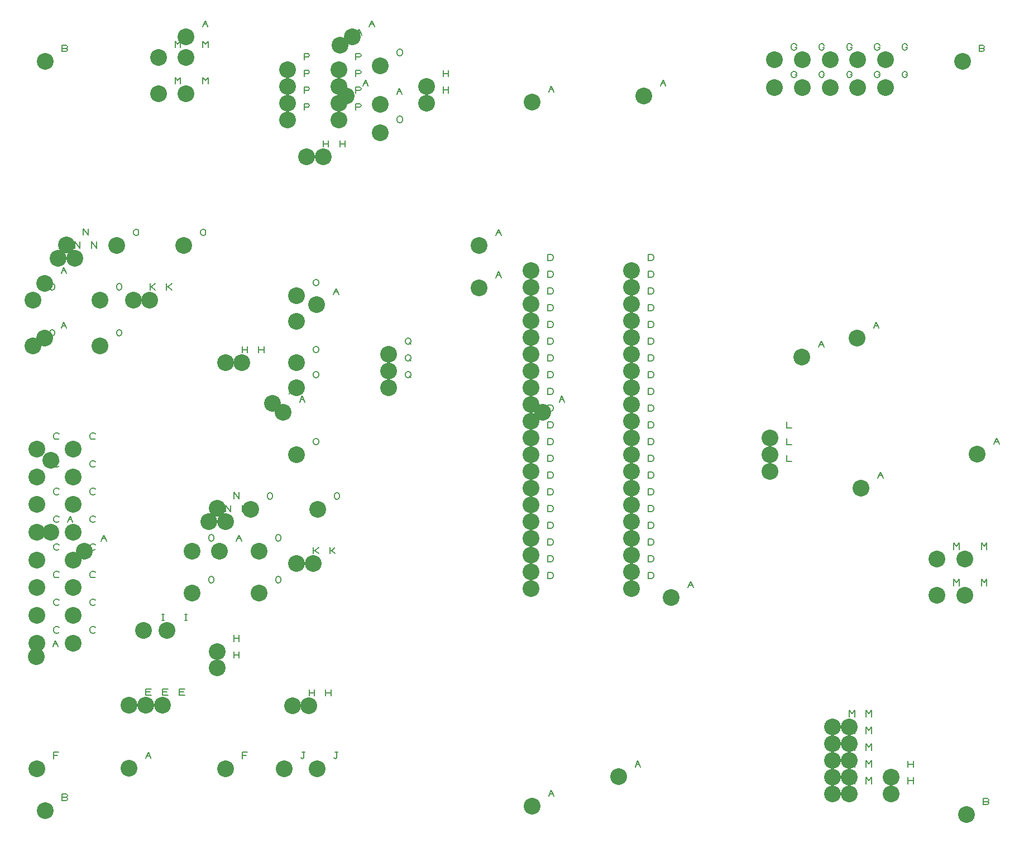
<source format=gbr>
G04 DesignSpark PCB Gerber Version 9.0 Build 5138 *
%FSLAX35Y35*%
%MOIN*%
%ADD101C,0.00500*%
%ADD146C,0.10000*%
X0Y0D02*
D02*
D101*
X25600Y307846D02*
Y309096D01*
X25913Y309722*
X26225Y310034*
X26850Y310346*
X27475*
X28100Y310034*
X28413Y309722*
X28725Y309096*
Y307846*
X28413Y307222*
X28100Y306909*
X27475Y306596*
X26850*
X26225Y306909*
X25913Y307222*
X25600Y307846*
Y335346D02*
Y336596D01*
X25913Y337222*
X26225Y337534*
X26850Y337846*
X27475*
X28100Y337534*
X28413Y337222*
X28725Y336596*
Y335346*
X28413Y334722*
X28100Y334409*
X27475Y334096*
X26850*
X26225Y334409*
X25913Y334722*
X25600Y335346*
X27549Y120947D02*
X29111Y124697D01*
X30674Y120947*
X28174Y122509D02*
X30049D01*
X28002Y54096D02*
Y57846D01*
X31127*
X30502Y55972D02*
X28002D01*
X31225Y129722D02*
X30913Y129409D01*
X30287Y129096*
X29350*
X28725Y129409*
X28413Y129722*
X28100Y130346*
Y131596*
X28413Y132222*
X28725Y132534*
X29350Y132846*
X30287*
X30913Y132534*
X31225Y132222*
Y146257D02*
X30913Y145944D01*
X30287Y145632*
X29350*
X28725Y145944*
X28413Y146257*
X28100Y146882*
Y148132*
X28413Y148757*
X28725Y149070*
X29350Y149382*
X30287*
X30913Y149070*
X31225Y148757*
Y162793D02*
X30913Y162480D01*
X30287Y162167*
X29350*
X28725Y162480*
X28413Y162793*
X28100Y163417*
Y164667*
X28413Y165293*
X28725Y165605*
X29350Y165917*
X30287*
X30913Y165605*
X31225Y165293*
Y179328D02*
X30913Y179015D01*
X30287Y178703*
X29350*
X28725Y179015*
X28413Y179328*
X28100Y179953*
Y181203*
X28413Y181828*
X28725Y182141*
X29350Y182453*
X30287*
X30913Y182141*
X31225Y181828*
Y195863D02*
X30913Y195551D01*
X30287Y195238*
X29350*
X28725Y195551*
X28413Y195863*
X28100Y196488*
Y197738*
X28413Y198363*
X28725Y198676*
X29350Y198988*
X30287*
X30913Y198676*
X31225Y198363*
Y212399D02*
X30913Y212086D01*
X30287Y211774*
X29350*
X28725Y212086*
X28413Y212399*
X28100Y213024*
Y214274*
X28413Y214899*
X28725Y215211*
X29350Y215524*
X30287*
X30913Y215211*
X31225Y214899*
Y228934D02*
X30913Y228622D01*
X30287Y228309*
X29350*
X28725Y228622*
X28413Y228934*
X28100Y229559*
Y230809*
X28413Y231434*
X28725Y231747*
X29350Y232059*
X30287*
X30913Y231747*
X31225Y231434*
Y245470D02*
X30913Y245157D01*
X30287Y244844*
X29350*
X28725Y245157*
X28413Y245470*
X28100Y246094*
Y247344*
X28413Y247970*
X28725Y248282*
X29350Y248594*
X30287*
X30913Y248282*
X31225Y247970*
X32588Y311183D02*
X34151Y314933D01*
X35713Y311183*
X33213Y312746D02*
X35088D01*
X32588Y343939D02*
X34151Y347689D01*
X35713Y343939*
X33213Y345502D02*
X35088D01*
X35287Y30972D02*
X35913Y30659D01*
X36225Y30034*
X35913Y29409*
X35287Y29096*
X33100*
Y32846*
X35287*
X35913Y32534*
X36225Y31909*
X35913Y31284*
X35287Y30972*
X33100*
X35287Y478472D02*
X35913Y478159D01*
X36225Y477534*
X35913Y476909*
X35287Y476596*
X33100*
Y480346*
X35287*
X35913Y480034*
X36225Y479409*
X35913Y478784*
X35287Y478472*
X33100*
X36368Y195278D02*
X37930Y199028D01*
X39493Y195278*
X36993Y196840D02*
X38868D01*
X36368Y238112D02*
X37930Y241862D01*
X39493Y238112*
X36993Y239675D02*
X38868D01*
X40600Y359096D02*
Y362846D01*
X43725Y359096*
Y362846*
X45600Y366970D02*
Y370720D01*
X48725Y366970*
Y370720*
X52879Y129722D02*
X52566Y129409D01*
X51941Y129096*
X51004*
X50379Y129409*
X50066Y129722*
X49754Y130346*
Y131596*
X50066Y132222*
X50379Y132534*
X51004Y132846*
X51941*
X52566Y132534*
X52879Y132222*
Y146257D02*
X52566Y145944D01*
X51941Y145632*
X51004*
X50379Y145944*
X50066Y146257*
X49754Y146882*
Y148132*
X50066Y148757*
X50379Y149070*
X51004Y149382*
X51941*
X52566Y149070*
X52879Y148757*
Y162793D02*
X52566Y162480D01*
X51941Y162167*
X51004*
X50379Y162480*
X50066Y162793*
X49754Y163417*
Y164667*
X50066Y165293*
X50379Y165605*
X51004Y165917*
X51941*
X52566Y165605*
X52879Y165293*
Y179328D02*
X52566Y179015D01*
X51941Y178703*
X51004*
X50379Y179015*
X50066Y179328*
X49754Y179953*
Y181203*
X50066Y181828*
X50379Y182141*
X51004Y182453*
X51941*
X52566Y182141*
X52879Y181828*
Y195863D02*
X52566Y195551D01*
X51941Y195238*
X51004*
X50379Y195551*
X50066Y195863*
X49754Y196488*
Y197738*
X50066Y198363*
X50379Y198676*
X51004Y198988*
X51941*
X52566Y198676*
X52879Y198363*
Y212399D02*
X52566Y212086D01*
X51941Y211774*
X51004*
X50379Y212086*
X50066Y212399*
X49754Y213024*
Y214274*
X50066Y214899*
X50379Y215211*
X51004Y215524*
X51941*
X52566Y215211*
X52879Y214899*
Y228934D02*
X52566Y228622D01*
X51941Y228309*
X51004*
X50379Y228622*
X50066Y228934*
X49754Y229559*
Y230809*
X50066Y231434*
X50379Y231747*
X51004Y232059*
X51941*
X52566Y231747*
X52879Y231434*
Y245470D02*
X52566Y245157D01*
X51941Y244844*
X51004*
X50379Y245157*
X50066Y245470*
X49754Y246094*
Y247344*
X50066Y247970*
X50379Y248282*
X51004Y248594*
X51941*
X52566Y248282*
X52879Y247970*
X50600Y359096D02*
Y362846D01*
X53725Y359096*
Y362846*
X56525Y183939D02*
X58088Y187689D01*
X59650Y183939*
X57150Y185502D02*
X59025D01*
X65600Y307846D02*
Y309096D01*
X65913Y309722*
X66225Y310034*
X66850Y310346*
X67475*
X68100Y310034*
X68413Y309722*
X68725Y309096*
Y307846*
X68413Y307222*
X68100Y306909*
X67475Y306596*
X66850*
X66225Y306909*
X65913Y307222*
X65600Y307846*
Y335346D02*
Y336596D01*
X65913Y337222*
X66225Y337534*
X66850Y337846*
X67475*
X68100Y337534*
X68413Y337222*
X68725Y336596*
Y335346*
X68413Y334722*
X68100Y334409*
X67475Y334096*
X66850*
X66225Y334409*
X65913Y334722*
X65600Y335346*
X75738Y367846D02*
Y369096D01*
X76050Y369722*
X76363Y370034*
X76988Y370346*
X77613*
X78238Y370034*
X78550Y369722*
X78863Y369096*
Y367846*
X78550Y367222*
X78238Y366909*
X77613Y366596*
X76988*
X76363Y366909*
X76050Y367222*
X75738Y367846*
X82982Y54175D02*
X84544Y57925D01*
X86107Y54175*
X83607Y55738D02*
X85482D01*
X83100Y91970D02*
Y95720D01*
X86225*
X85600Y93846D02*
X83100D01*
Y91970D02*
X86225D01*
X85600Y334096D02*
Y337846D01*
Y335972D02*
X86537D01*
X88725Y337846*
X86537Y335972D02*
X88725Y334096D01*
X92758Y136596D02*
X94008D01*
X93383D02*
Y140346D01*
X92758D02*
X94008D01*
X93100Y91970D02*
Y95720D01*
X96225*
X95600Y93846D02*
X93100D01*
Y91970D02*
X96225D01*
X95443Y334096D02*
Y337846D01*
Y335972D02*
X96380D01*
X98568Y337846*
X96380Y335972D02*
X98568Y334096D01*
X100600Y457325D02*
Y461075D01*
X102163Y459200*
X103725Y461075*
Y457325*
X100600Y478978D02*
Y482728D01*
X102163Y480854*
X103725Y482728*
Y478978*
X103100Y91970D02*
Y95720D01*
X106225*
X105600Y93846D02*
X103100D01*
Y91970D02*
X106225D01*
X106537Y136596D02*
X107787D01*
X107163D02*
Y140346D01*
X106537D02*
X107787D01*
X115738Y367846D02*
Y369096D01*
X116050Y369722*
X116363Y370034*
X116988Y370346*
X117613*
X118238Y370034*
X118550Y369722*
X118863Y369096*
Y367846*
X118550Y367222*
X118238Y366909*
X117613Y366596*
X116988*
X116363Y366909*
X116050Y367222*
X115738Y367846*
X116998Y491341D02*
X118560Y495091D01*
X120123Y491341*
X117623Y492903D02*
X119498D01*
X117135Y457325D02*
Y461075D01*
X118698Y459200*
X120261Y461075*
Y457325*
X117135Y478978D02*
Y482728D01*
X118698Y480854*
X120261Y482728*
Y478978*
X120600Y160346D02*
Y161596D01*
X120913Y162222*
X121225Y162534*
X121850Y162846*
X122475*
X123100Y162534*
X123413Y162222*
X123725Y161596*
Y160346*
X123413Y159722*
X123100Y159409*
X122475Y159096*
X121850*
X121225Y159409*
X120913Y159722*
X120600Y160346*
Y185346D02*
Y186596D01*
X120913Y187222*
X121225Y187534*
X121850Y187846*
X122475*
X123100Y187534*
X123413Y187222*
X123725Y186596*
Y185346*
X123413Y184722*
X123100Y184409*
X122475Y184096*
X121850*
X121225Y184409*
X120913Y184722*
X120600Y185346*
X130600Y201596D02*
Y205346D01*
X133725Y201596*
Y205346*
X135600Y114254D02*
Y118004D01*
Y116129D02*
X138725D01*
Y114254D02*
Y118004D01*
X135600Y124096D02*
Y127846D01*
Y125972D02*
X138725D01*
Y124096D02*
Y127846D01*
X135600Y209470D02*
Y213220D01*
X138725Y209470*
Y213220*
X137155Y183939D02*
X138718Y187689D01*
X140280Y183939*
X137780Y185502D02*
X139655D01*
X140600Y54096D02*
Y57846D01*
X143725*
X143100Y55972D02*
X140600D01*
Y201596D02*
Y205346D01*
X143725Y201596*
Y205346*
X140600Y296596D02*
Y300346D01*
Y298472D02*
X143725D01*
Y296596D02*
Y300346D01*
X150443Y296596D02*
Y300346D01*
Y298472D02*
X153568D01*
Y296596D02*
Y300346D01*
X155600Y210346D02*
Y211596D01*
X155913Y212222*
X156225Y212534*
X156850Y212846*
X157475*
X158100Y212534*
X158413Y212222*
X158725Y211596*
Y210346*
X158413Y209722*
X158100Y209409*
X157475Y209096*
X156850*
X156225Y209409*
X155913Y209722*
X155600Y210346*
X160600Y160346D02*
Y161596D01*
X160913Y162222*
X161225Y162534*
X161850Y162846*
X162475*
X163100Y162534*
X163413Y162222*
X163725Y161596*
Y160346*
X163413Y159722*
X163100Y159409*
X162475Y159096*
X161850*
X161225Y159409*
X160913Y159722*
X160600Y160346*
Y185346D02*
Y186596D01*
X160913Y187222*
X161225Y187534*
X161850Y187846*
X162475*
X163100Y187534*
X163413Y187222*
X163725Y186596*
Y185346*
X163413Y184722*
X163100Y184409*
X162475Y184096*
X161850*
X161225Y184409*
X160913Y184722*
X160600Y185346*
X168651Y272128D02*
X170214Y275878D01*
X171776Y272128*
X169276Y273691D02*
X171151D01*
X174950Y267089D02*
X176513Y270839D01*
X178076Y267089*
X175576Y268651D02*
X177450D01*
X175600Y54722D02*
X175913Y54409D01*
X176537Y54096*
X177163Y54409*
X177475Y54722*
Y57846*
X178100*
X177475D02*
X176225D01*
X177726Y441596D02*
Y445346D01*
X179913*
X180539Y445034*
X180851Y444409*
X180539Y443784*
X179913Y443472*
X177726*
Y451596D02*
Y455346D01*
X179913*
X180539Y455034*
X180851Y454409*
X180539Y453784*
X179913Y453472*
X177726*
Y461596D02*
Y465346D01*
X179913*
X180539Y465034*
X180851Y464409*
X180539Y463784*
X179913Y463472*
X177726*
Y471596D02*
Y475346D01*
X179913*
X180539Y475034*
X180851Y474409*
X180539Y473784*
X179913Y473472*
X177726*
X180600Y91596D02*
Y95346D01*
Y93472D02*
X183725D01*
Y91596D02*
Y95346D01*
X183100Y176596D02*
Y180346D01*
Y178472D02*
X184037D01*
X186225Y180346*
X184037Y178472D02*
X186225Y176596D01*
X183100Y242846D02*
Y244096D01*
X183413Y244722*
X183725Y245034*
X184350Y245346*
X184975*
X185600Y245034*
X185913Y244722*
X186225Y244096*
Y242846*
X185913Y242222*
X185600Y241909*
X184975Y241596*
X184350*
X183725Y241909*
X183413Y242222*
X183100Y242846*
Y282846D02*
Y284096D01*
X183413Y284722*
X183725Y285034*
X184350Y285346*
X184975*
X185600Y285034*
X185913Y284722*
X186225Y284096*
Y282846*
X185913Y282222*
X185600Y281909*
X184975Y281596*
X184350*
X183725Y281909*
X183413Y282222*
X183100Y282846*
Y297846D02*
Y299096D01*
X183413Y299722*
X183725Y300034*
X184350Y300346*
X184975*
X185600Y300034*
X185913Y299722*
X186225Y299096*
Y297846*
X185913Y297222*
X185600Y296909*
X184975Y296596*
X184350*
X183725Y296909*
X183413Y297222*
X183100Y297846*
Y321262D02*
X184663Y325012D01*
X186225Y321262*
X183725Y322824D02*
X185600D01*
X183100Y337846D02*
Y339096D01*
X183413Y339722*
X183725Y340034*
X184350Y340346*
X184975*
X185600Y340034*
X185913Y339722*
X186225Y339096*
Y337846*
X185913Y337222*
X185600Y336909*
X184975Y336596*
X184350*
X183725Y336909*
X183413Y337222*
X183100Y337846*
X189045Y419530D02*
Y423280D01*
Y421405D02*
X192170D01*
Y419530D02*
Y423280D01*
X190443Y91596D02*
Y95346D01*
Y93472D02*
X193568D01*
Y91596D02*
Y95346D01*
X192943Y176596D02*
Y180346D01*
Y178472D02*
X193880D01*
X196068Y180346*
X193880Y178472D02*
X196068Y176596D01*
X195108Y331341D02*
X196670Y335091D01*
X198233Y331341*
X195733Y332903D02*
X197608D01*
X195285Y54722D02*
X195598Y54409D01*
X196222Y54096*
X196848Y54409*
X197160Y54722*
Y57846*
X197785*
X197160D02*
X195910D01*
X195600Y210346D02*
Y211596D01*
X195913Y212222*
X196225Y212534*
X196850Y212846*
X197475*
X198100Y212534*
X198413Y212222*
X198725Y211596*
Y210346*
X198413Y209722*
X198100Y209409*
X197475Y209096*
X196850*
X196225Y209409*
X195913Y209722*
X195600Y210346*
X198887Y419530D02*
Y423280D01*
Y421405D02*
X202013D01*
Y419530D02*
Y423280D01*
X208474Y441596D02*
Y445346D01*
X210661*
X211287Y445034*
X211599Y444409*
X211287Y443784*
X210661Y443472*
X208474*
Y451596D02*
Y455346D01*
X210661*
X211287Y455034*
X211599Y454409*
X211287Y453784*
X210661Y453472*
X208474*
Y461596D02*
Y465346D01*
X210661*
X211287Y465034*
X211599Y464409*
X211287Y463784*
X210661Y463472*
X208474*
Y471596D02*
Y475346D01*
X210661*
X211287Y475034*
X211599Y474409*
X211287Y473784*
X210661Y473472*
X208474*
X208966Y486301D02*
X210529Y490051D01*
X212091Y486301*
X209591Y487864D02*
X211466D01*
X212746Y456065D02*
X214308Y459815D01*
X215871Y456065*
X213371Y457628D02*
X215246D01*
X216525Y491341D02*
X218088Y495091D01*
X219650Y491341*
X217150Y492903D02*
X219025D01*
X232903Y451026D02*
X234466Y454776D01*
X236028Y451026*
X233528Y452588D02*
X235403D01*
X233100Y435346D02*
Y436596D01*
X233413Y437222*
X233725Y437534*
X234350Y437846*
X234975*
X235600Y437534*
X235913Y437222*
X236225Y436596*
Y435346*
X235913Y434722*
X235600Y434409*
X234975Y434096*
X234350*
X233725Y434409*
X233413Y434722*
X233100Y435346*
Y475346D02*
Y476596D01*
X233413Y477222*
X233725Y477534*
X234350Y477846*
X234975*
X235600Y477534*
X235913Y477222*
X236225Y476596*
Y475346*
X235913Y474722*
X235600Y474409*
X234975Y474096*
X234350*
X233725Y474409*
X233413Y474722*
X233100Y475346*
X238100Y282846D02*
Y284096D01*
X238413Y284722*
X238725Y285034*
X239350Y285346*
X239975*
X240600Y285034*
X240913Y284722*
X241225Y284096*
Y282846*
X240913Y282222*
X240600Y281909*
X239975Y281596*
X239350*
X238725Y281909*
X238413Y282222*
X238100Y282846*
X240287Y282534D02*
X241225Y281596D01*
X238100Y292846D02*
Y294096D01*
X238413Y294722*
X238725Y295034*
X239350Y295346*
X239975*
X240600Y295034*
X240913Y294722*
X241225Y294096*
Y292846*
X240913Y292222*
X240600Y291909*
X239975Y291596*
X239350*
X238725Y291909*
X238413Y292222*
X238100Y292846*
X240287Y292534D02*
X241225Y291596D01*
X238100Y302846D02*
Y304096D01*
X238413Y304722*
X238725Y305034*
X239350Y305346*
X239975*
X240600Y305034*
X240913Y304722*
X241225Y304096*
Y302846*
X240913Y302222*
X240600Y301909*
X239975Y301596*
X239350*
X238725Y301909*
X238413Y302222*
X238100Y302846*
X240287Y302534D02*
X241225Y301596D01*
X260600Y451754D02*
Y455504D01*
Y453629D02*
X263725D01*
Y451754D02*
Y455504D01*
X260600Y461596D02*
Y465346D01*
Y463472D02*
X263725D01*
Y461596D02*
Y465346D01*
X292116Y341419D02*
X293678Y345169D01*
X295241Y341419*
X292741Y342982D02*
X294616D01*
X292116Y366616D02*
X293678Y370366D01*
X295241Y366616*
X292741Y368179D02*
X294616D01*
X323100Y161596D02*
Y165346D01*
X324975*
X325600Y165034*
X325913Y164722*
X326225Y164096*
Y162846*
X325913Y162222*
X325600Y161909*
X324975Y161596*
X323100*
Y171596D02*
Y175346D01*
X324975*
X325600Y175034*
X325913Y174722*
X326225Y174096*
Y172846*
X325913Y172222*
X325600Y171909*
X324975Y171596*
X323100*
Y181596D02*
Y185346D01*
X324975*
X325600Y185034*
X325913Y184722*
X326225Y184096*
Y182846*
X325913Y182222*
X325600Y181909*
X324975Y181596*
X323100*
Y191596D02*
Y195346D01*
X324975*
X325600Y195034*
X325913Y194722*
X326225Y194096*
Y192846*
X325913Y192222*
X325600Y191909*
X324975Y191596*
X323100*
Y201596D02*
Y205346D01*
X324975*
X325600Y205034*
X325913Y204722*
X326225Y204096*
Y202846*
X325913Y202222*
X325600Y201909*
X324975Y201596*
X323100*
Y211596D02*
Y215346D01*
X324975*
X325600Y215034*
X325913Y214722*
X326225Y214096*
Y212846*
X325913Y212222*
X325600Y211909*
X324975Y211596*
X323100*
Y221596D02*
Y225346D01*
X324975*
X325600Y225034*
X325913Y224722*
X326225Y224096*
Y222846*
X325913Y222222*
X325600Y221909*
X324975Y221596*
X323100*
Y231596D02*
Y235346D01*
X324975*
X325600Y235034*
X325913Y234722*
X326225Y234096*
Y232846*
X325913Y232222*
X325600Y231909*
X324975Y231596*
X323100*
Y241596D02*
Y245346D01*
X324975*
X325600Y245034*
X325913Y244722*
X326225Y244096*
Y242846*
X325913Y242222*
X325600Y241909*
X324975Y241596*
X323100*
Y251596D02*
Y255346D01*
X324975*
X325600Y255034*
X325913Y254722*
X326225Y254096*
Y252846*
X325913Y252222*
X325600Y251909*
X324975Y251596*
X323100*
Y261596D02*
Y265346D01*
X324975*
X325600Y265034*
X325913Y264722*
X326225Y264096*
Y262846*
X325913Y262222*
X325600Y261909*
X324975Y261596*
X323100*
Y271596D02*
Y275346D01*
X324975*
X325600Y275034*
X325913Y274722*
X326225Y274096*
Y272846*
X325913Y272222*
X325600Y271909*
X324975Y271596*
X323100*
Y281596D02*
Y285346D01*
X324975*
X325600Y285034*
X325913Y284722*
X326225Y284096*
Y282846*
X325913Y282222*
X325600Y281909*
X324975Y281596*
X323100*
Y291596D02*
Y295346D01*
X324975*
X325600Y295034*
X325913Y294722*
X326225Y294096*
Y292846*
X325913Y292222*
X325600Y291909*
X324975Y291596*
X323100*
Y301596D02*
Y305346D01*
X324975*
X325600Y305034*
X325913Y304722*
X326225Y304096*
Y302846*
X325913Y302222*
X325600Y301909*
X324975Y301596*
X323100*
Y311596D02*
Y315346D01*
X324975*
X325600Y315034*
X325913Y314722*
X326225Y314096*
Y312846*
X325913Y312222*
X325600Y311909*
X324975Y311596*
X323100*
Y321596D02*
Y325346D01*
X324975*
X325600Y325034*
X325913Y324722*
X326225Y324096*
Y322846*
X325913Y322222*
X325600Y321909*
X324975Y321596*
X323100*
Y331596D02*
Y335346D01*
X324975*
X325600Y335034*
X325913Y334722*
X326225Y334096*
Y332846*
X325913Y332222*
X325600Y331909*
X324975Y331596*
X323100*
Y341596D02*
Y345346D01*
X324975*
X325600Y345034*
X325913Y344722*
X326225Y344096*
Y342846*
X325913Y342222*
X325600Y341909*
X324975Y341596*
X323100*
Y351596D02*
Y355346D01*
X324975*
X325600Y355034*
X325913Y354722*
X326225Y354096*
Y352846*
X325913Y352222*
X325600Y351909*
X324975Y351596*
X323100*
X323612Y31498D02*
X325174Y35248D01*
X326737Y31498*
X324237Y33061D02*
X326112D01*
X323612Y452285D02*
X325174Y456035D01*
X326737Y452285*
X324237Y453848D02*
X326112D01*
X329911Y267089D02*
X331474Y270839D01*
X333036Y267089*
X330536Y268651D02*
X332411D01*
X375265Y49136D02*
X376828Y52886D01*
X378391Y49136*
X375891Y50698D02*
X377765D01*
X383100Y161596D02*
Y165346D01*
X384975*
X385600Y165034*
X385913Y164722*
X386225Y164096*
Y162846*
X385913Y162222*
X385600Y161909*
X384975Y161596*
X383100*
Y171596D02*
Y175346D01*
X384975*
X385600Y175034*
X385913Y174722*
X386225Y174096*
Y172846*
X385913Y172222*
X385600Y171909*
X384975Y171596*
X383100*
Y181596D02*
Y185346D01*
X384975*
X385600Y185034*
X385913Y184722*
X386225Y184096*
Y182846*
X385913Y182222*
X385600Y181909*
X384975Y181596*
X383100*
Y191596D02*
Y195346D01*
X384975*
X385600Y195034*
X385913Y194722*
X386225Y194096*
Y192846*
X385913Y192222*
X385600Y191909*
X384975Y191596*
X383100*
Y201596D02*
Y205346D01*
X384975*
X385600Y205034*
X385913Y204722*
X386225Y204096*
Y202846*
X385913Y202222*
X385600Y201909*
X384975Y201596*
X383100*
Y211596D02*
Y215346D01*
X384975*
X385600Y215034*
X385913Y214722*
X386225Y214096*
Y212846*
X385913Y212222*
X385600Y211909*
X384975Y211596*
X383100*
Y221596D02*
Y225346D01*
X384975*
X385600Y225034*
X385913Y224722*
X386225Y224096*
Y222846*
X385913Y222222*
X385600Y221909*
X384975Y221596*
X383100*
Y231596D02*
Y235346D01*
X384975*
X385600Y235034*
X385913Y234722*
X386225Y234096*
Y232846*
X385913Y232222*
X385600Y231909*
X384975Y231596*
X383100*
Y241596D02*
Y245346D01*
X384975*
X385600Y245034*
X385913Y244722*
X386225Y244096*
Y242846*
X385913Y242222*
X385600Y241909*
X384975Y241596*
X383100*
Y251596D02*
Y255346D01*
X384975*
X385600Y255034*
X385913Y254722*
X386225Y254096*
Y252846*
X385913Y252222*
X385600Y251909*
X384975Y251596*
X383100*
Y261596D02*
Y265346D01*
X384975*
X385600Y265034*
X385913Y264722*
X386225Y264096*
Y262846*
X385913Y262222*
X385600Y261909*
X384975Y261596*
X383100*
Y271596D02*
Y275346D01*
X384975*
X385600Y275034*
X385913Y274722*
X386225Y274096*
Y272846*
X385913Y272222*
X385600Y271909*
X384975Y271596*
X383100*
Y281596D02*
Y285346D01*
X384975*
X385600Y285034*
X385913Y284722*
X386225Y284096*
Y282846*
X385913Y282222*
X385600Y281909*
X384975Y281596*
X383100*
Y291596D02*
Y295346D01*
X384975*
X385600Y295034*
X385913Y294722*
X386225Y294096*
Y292846*
X385913Y292222*
X385600Y291909*
X384975Y291596*
X383100*
Y301596D02*
Y305346D01*
X384975*
X385600Y305034*
X385913Y304722*
X386225Y304096*
Y302846*
X385913Y302222*
X385600Y301909*
X384975Y301596*
X383100*
Y311596D02*
Y315346D01*
X384975*
X385600Y315034*
X385913Y314722*
X386225Y314096*
Y312846*
X385913Y312222*
X385600Y311909*
X384975Y311596*
X383100*
Y321596D02*
Y325346D01*
X384975*
X385600Y325034*
X385913Y324722*
X386225Y324096*
Y322846*
X385913Y322222*
X385600Y321909*
X384975Y321596*
X383100*
Y331596D02*
Y335346D01*
X384975*
X385600Y335034*
X385913Y334722*
X386225Y334096*
Y332846*
X385913Y332222*
X385600Y331909*
X384975Y331596*
X383100*
Y341596D02*
Y345346D01*
X384975*
X385600Y345034*
X385913Y344722*
X386225Y344096*
Y342846*
X385913Y342222*
X385600Y341909*
X384975Y341596*
X383100*
Y351596D02*
Y355346D01*
X384975*
X385600Y355034*
X385913Y354722*
X386225Y354096*
Y352846*
X385913Y352222*
X385600Y351909*
X384975Y351596*
X383100*
X390383Y456065D02*
X391946Y459815D01*
X393509Y456065*
X391009Y457628D02*
X392883D01*
X406761Y156222D02*
X408324Y159972D01*
X409887Y156222*
X407387Y157785D02*
X409261D01*
X465600Y235346D02*
Y231596D01*
X468725*
X465600Y245346D02*
Y241596D01*
X468725*
X465600Y255346D02*
Y251596D01*
X468725*
X470681Y462509D02*
X471619D01*
Y462197*
X471306Y461572*
X470994Y461259*
X470369Y460947*
X469744*
X469119Y461259*
X468806Y461572*
X468494Y462197*
Y463447*
X468806Y464072*
X469119Y464385*
X469744Y464697*
X470369*
X470994Y464385*
X471306Y464072*
X471619Y463447*
X470681Y479045D02*
X471619D01*
Y478732*
X471306Y478107*
X470994Y477795*
X470369Y477482*
X469744*
X469119Y477795*
X468806Y478107*
X468494Y478732*
Y479982*
X468806Y480607*
X469119Y480920*
X469744Y481232*
X470369*
X470994Y480920*
X471306Y480607*
X471619Y479982*
X484872Y299844D02*
X486434Y303594D01*
X487997Y299844*
X485497Y301407D02*
X487372D01*
X487217Y462509D02*
X488154D01*
Y462197*
X487842Y461572*
X487529Y461259*
X486904Y460947*
X486279*
X485654Y461259*
X485342Y461572*
X485029Y462197*
Y463447*
X485342Y464072*
X485654Y464385*
X486279Y464697*
X486904*
X487529Y464385*
X487842Y464072*
X488154Y463447*
X487217Y479045D02*
X488154D01*
Y478732*
X487842Y478107*
X487529Y477795*
X486904Y477482*
X486279*
X485654Y477795*
X485342Y478107*
X485029Y478732*
Y479982*
X485342Y480607*
X485654Y480920*
X486279Y481232*
X486904*
X487529Y480920*
X487842Y480607*
X488154Y479982*
X503752Y462509D02*
X504690D01*
Y462197*
X504377Y461572*
X504065Y461259*
X503440Y460947*
X502815*
X502190Y461259*
X501877Y461572*
X501565Y462197*
Y463447*
X501877Y464072*
X502190Y464385*
X502815Y464697*
X503440*
X504065Y464385*
X504377Y464072*
X504690Y463447*
X503752Y479045D02*
X504690D01*
Y478732*
X504377Y478107*
X504065Y477795*
X503440Y477482*
X502815*
X502190Y477795*
X501877Y478107*
X501565Y478732*
Y479982*
X501877Y480607*
X502190Y480920*
X502815Y481232*
X503440*
X504065Y480920*
X504377Y480607*
X504690Y479982*
X503100Y39096D02*
Y42846D01*
X504663Y40972*
X506225Y42846*
Y39096*
X503100Y49096D02*
Y52846D01*
X504663Y50972*
X506225Y52846*
Y49096*
X503100Y59096D02*
Y62846D01*
X504663Y60972*
X506225Y62846*
Y59096*
X503100Y69096D02*
Y72846D01*
X504663Y70972*
X506225Y72846*
Y69096*
X503100Y79096D02*
Y82846D01*
X504663Y80972*
X506225Y82846*
Y79096*
X513100Y39096D02*
Y42846D01*
X514663Y40972*
X516225Y42846*
Y39096*
X513100Y49096D02*
Y52846D01*
X514663Y50972*
X516225Y52846*
Y49096*
X513100Y59096D02*
Y62846D01*
X514663Y60972*
X516225Y62846*
Y59096*
X513100Y69096D02*
Y72846D01*
X514663Y70972*
X516225Y72846*
Y69096*
X513100Y79096D02*
Y82846D01*
X514663Y80972*
X516225Y82846*
Y79096*
X517628Y311183D02*
X519190Y314933D01*
X520753Y311183*
X518253Y312746D02*
X520128D01*
X520287Y462509D02*
X521225D01*
Y462197*
X520913Y461572*
X520600Y461259*
X519975Y460947*
X519350*
X518725Y461259*
X518413Y461572*
X518100Y462197*
Y463447*
X518413Y464072*
X518725Y464385*
X519350Y464697*
X519975*
X520600Y464385*
X520913Y464072*
X521225Y463447*
X520287Y479045D02*
X521225D01*
Y478732*
X520913Y478107*
X520600Y477795*
X519975Y477482*
X519350*
X518725Y477795*
X518413Y478107*
X518100Y478732*
Y479982*
X518413Y480607*
X518725Y480920*
X519350Y481232*
X519975*
X520600Y480920*
X520913Y480607*
X521225Y479982*
X520147Y221734D02*
X521710Y225484D01*
X523272Y221734*
X520772Y223297D02*
X522647D01*
X536823Y462509D02*
X537761D01*
Y462197*
X537448Y461572*
X537135Y461259*
X536511Y460947*
X535885*
X535261Y461259*
X534948Y461572*
X534635Y462197*
Y463447*
X534948Y464072*
X535261Y464385*
X535885Y464697*
X536511*
X537135Y464385*
X537448Y464072*
X537761Y463447*
X536823Y479045D02*
X537761D01*
Y478732*
X537448Y478107*
X537135Y477795*
X536511Y477482*
X535885*
X535261Y477795*
X534948Y478107*
X534635Y478732*
Y479982*
X534948Y480607*
X535261Y480920*
X535885Y481232*
X536511*
X537135Y480920*
X537448Y480607*
X537761Y479982*
X538100Y39096D02*
Y42846D01*
Y40972D02*
X541225D01*
Y39096D02*
Y42846D01*
X538100Y48939D02*
Y52689D01*
Y50814D02*
X541225D01*
Y48939D02*
Y52689D01*
X565502Y157482D02*
Y161232D01*
X567064Y159357*
X568627Y161232*
Y157482*
X565502Y179136D02*
Y182886D01*
X567064Y181011*
X568627Y182886*
Y179136*
X582787Y478472D02*
X583413Y478159D01*
X583725Y477534*
X583413Y476909*
X582787Y476596*
X580600*
Y480346*
X582787*
X583413Y480034*
X583725Y479409*
X583413Y478784*
X582787Y478472*
X580600*
X582037Y157482D02*
Y161232D01*
X583600Y159357*
X585162Y161232*
Y157482*
X582037Y179136D02*
Y182886D01*
X583600Y181011*
X585162Y182886*
Y179136*
X585287Y28472D02*
X585913Y28159D01*
X586225Y27534*
X585913Y26909*
X585287Y26596*
X583100*
Y30346*
X585287*
X585913Y30034*
X586225Y29409*
X585913Y28784*
X585287Y28472*
X583100*
X589439Y241892D02*
X591001Y245642D01*
X592564Y241892*
X590064Y243454D02*
X591939D01*
D02*
D146*
X15600Y300659D03*
Y328159D03*
X17549Y115009D03*
X18002Y48159D03*
X18100Y123159D03*
Y139694D03*
Y156230D03*
Y172765D03*
Y189301D03*
Y205836D03*
Y222372D03*
Y238907D03*
X22588Y305246D03*
Y338002D03*
X23100Y23159D03*
Y470659D03*
X26368Y189340D03*
Y232175D03*
X30600Y353159D03*
X35600Y361033D03*
X39754Y123159D03*
Y139694D03*
Y156230D03*
Y172765D03*
Y189301D03*
Y205836D03*
Y222372D03*
Y238907D03*
X40600Y353159D03*
X46525Y178002D03*
X55600Y300659D03*
Y328159D03*
X65738Y360659D03*
X72982Y48238D03*
X73100Y86033D03*
X75600Y328159D03*
X81820Y130659D03*
X83100Y86033D03*
X85443Y328159D03*
X90600Y451387D03*
Y473041D03*
X93100Y86033D03*
X95600Y130659D03*
X105738Y360659D03*
X106998Y485403D03*
X107135Y451387D03*
Y473041D03*
X110600Y153159D03*
Y178159D03*
X120600Y195659D03*
X125600Y108317D03*
Y118159D03*
Y203533D03*
X127155Y178002D03*
X130600Y48159D03*
Y195659D03*
Y290659D03*
X140443D03*
X145600Y203159D03*
X150600Y153159D03*
Y178159D03*
X158651Y266191D03*
X164950Y261151D03*
X165600Y48159D03*
X167726Y435659D03*
Y445659D03*
Y455659D03*
Y465659D03*
X170600Y85659D03*
X173100Y170659D03*
Y235659D03*
Y275659D03*
Y290659D03*
Y315324D03*
Y330659D03*
X179045Y413592D03*
X180443Y85659D03*
X182943Y170659D03*
X185108Y325403D03*
X185285Y48159D03*
X185600Y203159D03*
X188887Y413592D03*
X198474Y435659D03*
Y445659D03*
Y455659D03*
Y465659D03*
X198966Y480364D03*
X202746Y450128D03*
X206525Y485403D03*
X222903Y445088D03*
X223100Y428159D03*
Y468159D03*
X228100Y275659D03*
Y285659D03*
Y295659D03*
X250600Y445817D03*
Y455659D03*
X282116Y335482D03*
Y360679D03*
X313100Y155659D03*
Y165659D03*
Y175659D03*
Y185659D03*
Y195659D03*
Y205659D03*
Y215659D03*
Y225659D03*
Y235659D03*
Y245659D03*
Y255659D03*
Y265659D03*
Y275659D03*
Y285659D03*
Y295659D03*
Y305659D03*
Y315659D03*
Y325659D03*
Y335659D03*
Y345659D03*
X313612Y25561D03*
Y446348D03*
X319911Y261151D03*
X365265Y43198D03*
X373100Y155659D03*
Y165659D03*
Y175659D03*
Y185659D03*
Y195659D03*
Y205659D03*
Y215659D03*
Y225659D03*
Y235659D03*
Y245659D03*
Y255659D03*
Y265659D03*
Y275659D03*
Y285659D03*
Y295659D03*
Y305659D03*
Y315659D03*
Y325659D03*
Y335659D03*
Y345659D03*
X380383Y450128D03*
X396761Y150285D03*
X455600Y225659D03*
Y235659D03*
Y245659D03*
X458494Y455009D03*
Y471545D03*
X474872Y293907D03*
X475029Y455009D03*
Y471545D03*
X491565Y455009D03*
Y471545D03*
X493100Y33159D03*
Y43159D03*
Y53159D03*
Y63159D03*
Y73159D03*
X503100Y33159D03*
Y43159D03*
Y53159D03*
Y63159D03*
Y73159D03*
X507628Y305246D03*
X508100Y455009D03*
Y471545D03*
X510147Y215797D03*
X524635Y455009D03*
Y471545D03*
X528100Y33159D03*
Y43002D03*
X555502Y151545D03*
Y173198D03*
X570600Y470659D03*
X572037Y151545D03*
Y173198D03*
X573100Y20659D03*
X579439Y235954D03*
X0Y0D02*
M02*

</source>
